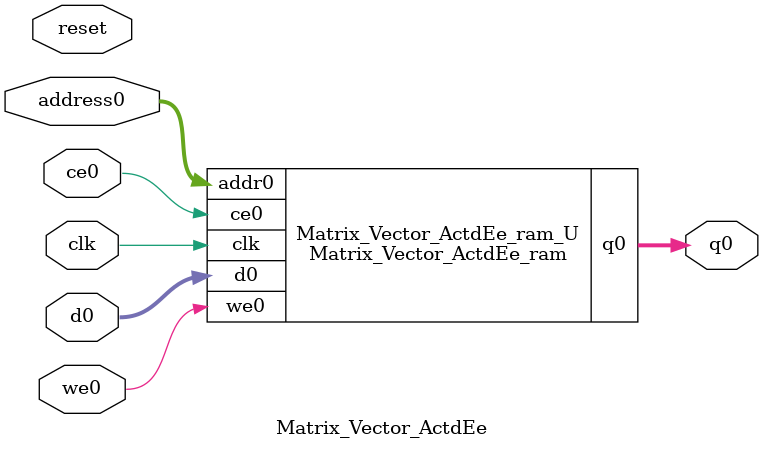
<source format=v>
`timescale 1 ns / 1 ps
module Matrix_Vector_ActdEe_ram (addr0, ce0, d0, we0, q0,  clk);

parameter DWIDTH = 16;
parameter AWIDTH = 8;
parameter MEM_SIZE = 256;

input[AWIDTH-1:0] addr0;
input ce0;
input[DWIDTH-1:0] d0;
input we0;
output reg[DWIDTH-1:0] q0;
input clk;

(* ram_style = "block" *)reg [DWIDTH-1:0] ram[0:MEM_SIZE-1];




always @(posedge clk)  
begin 
    if (ce0) begin
        if (we0) 
            ram[addr0] <= d0; 
        q0 <= ram[addr0];
    end
end


endmodule

`timescale 1 ns / 1 ps
module Matrix_Vector_ActdEe(
    reset,
    clk,
    address0,
    ce0,
    we0,
    d0,
    q0);

parameter DataWidth = 32'd16;
parameter AddressRange = 32'd256;
parameter AddressWidth = 32'd8;
input reset;
input clk;
input[AddressWidth - 1:0] address0;
input ce0;
input we0;
input[DataWidth - 1:0] d0;
output[DataWidth - 1:0] q0;



Matrix_Vector_ActdEe_ram Matrix_Vector_ActdEe_ram_U(
    .clk( clk ),
    .addr0( address0 ),
    .ce0( ce0 ),
    .we0( we0 ),
    .d0( d0 ),
    .q0( q0 ));

endmodule


</source>
